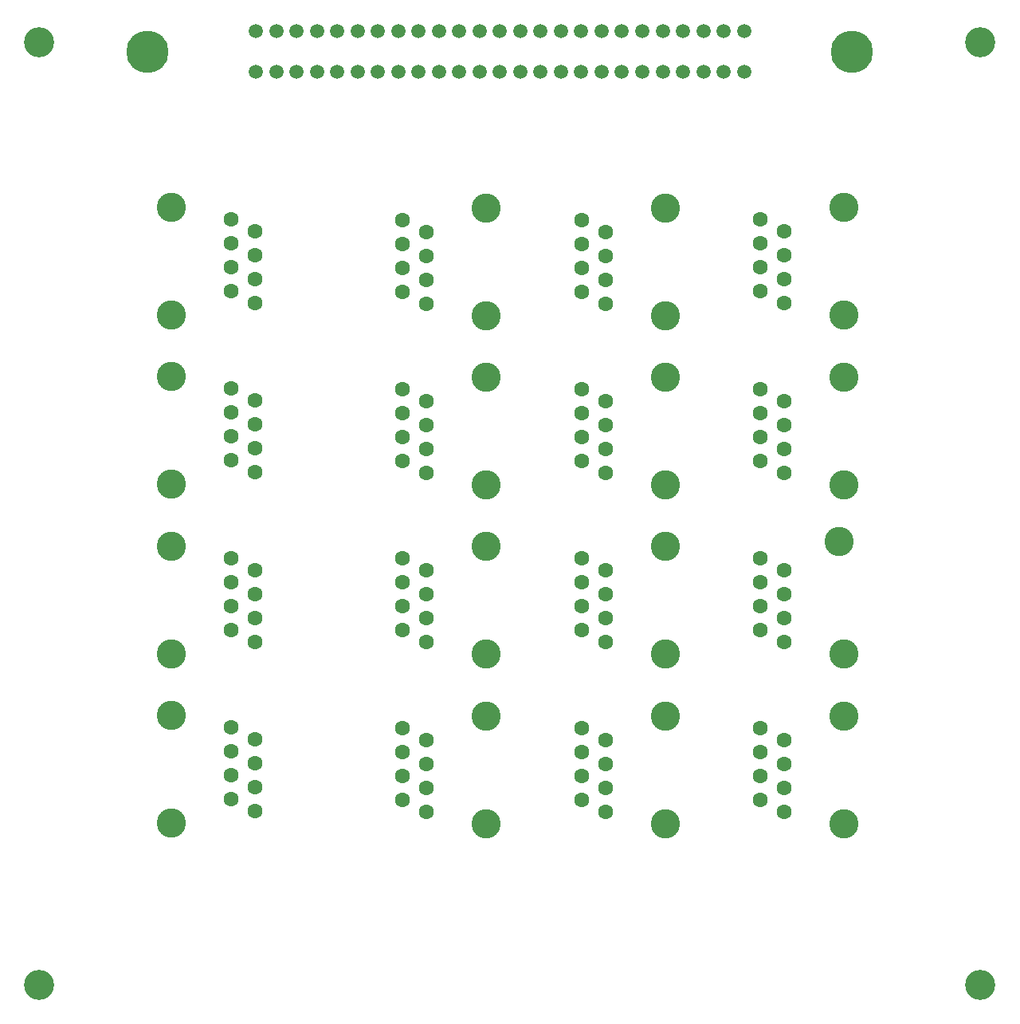
<source format=gbs>
%TF.GenerationSoftware,KiCad,Pcbnew,(5.1.10-1-10_14)*%
%TF.CreationDate,2022-02-09T21:22:39+00:00*%
%TF.ProjectId,RJ21_RJ45_PRIMARY_BREAKOUT,524a3231-5f52-44a3-9435-5f5052494d41,rev?*%
%TF.SameCoordinates,Original*%
%TF.FileFunction,Soldermask,Bot*%
%TF.FilePolarity,Negative*%
%FSLAX46Y46*%
G04 Gerber Fmt 4.6, Leading zero omitted, Abs format (unit mm)*
G04 Created by KiCad (PCBNEW (5.1.10-1-10_14)) date 2022-02-09 21:22:39*
%MOMM*%
%LPD*%
G01*
G04 APERTURE LIST*
%ADD10C,3.200000*%
%ADD11C,3.100000*%
%ADD12C,1.600000*%
%ADD13C,4.500000*%
%ADD14C,1.500000*%
G04 APERTURE END LIST*
D10*
%TO.C,REF\u002A\u002A*%
X110000000Y-160000000D03*
%TD*%
%TO.C,REF\u002A\u002A*%
X210000000Y-160000000D03*
%TD*%
%TO.C,REF\u002A\u002A*%
X210000000Y-60000000D03*
%TD*%
%TO.C,REF\u002A\u002A*%
X110000000Y-60000000D03*
%TD*%
D11*
%TO.C,J1*%
X195500000Y-88930000D03*
X195500000Y-77500000D03*
D12*
X189150002Y-80040001D03*
X189150002Y-82580002D03*
X189150002Y-85120003D03*
X189150002Y-87660004D03*
X186610009Y-86390007D03*
X186610009Y-83850006D03*
X186610009Y-81310005D03*
X186610009Y-78770000D03*
%TD*%
D11*
%TO.C,J2*%
X195500000Y-106930000D03*
X195500000Y-95500000D03*
D12*
X189150002Y-98040001D03*
X189150002Y-100580002D03*
X189150002Y-103120003D03*
X189150002Y-105660004D03*
X186610009Y-104390007D03*
X186610009Y-101850006D03*
X186610009Y-99310005D03*
X186610009Y-96770000D03*
%TD*%
%TO.C,J3*%
X186610009Y-114770000D03*
X186610009Y-117310005D03*
X186610009Y-119850006D03*
X186610009Y-122390007D03*
X189150002Y-123660004D03*
X189150002Y-121120003D03*
X189150002Y-118580002D03*
X189150002Y-116040001D03*
D11*
X195000000Y-113000000D03*
X195500000Y-124930000D03*
%TD*%
%TO.C,J4*%
X195500000Y-142930000D03*
X195500000Y-131500000D03*
D12*
X189150002Y-134040001D03*
X189150002Y-136580002D03*
X189150002Y-139120003D03*
X189150002Y-141660004D03*
X186610009Y-140390007D03*
X186610009Y-137850006D03*
X186610009Y-135310005D03*
X186610009Y-132770000D03*
%TD*%
%TO.C,J5*%
X167610009Y-78840000D03*
X167610009Y-81380005D03*
X167610009Y-83920006D03*
X167610009Y-86460007D03*
X170150002Y-87730004D03*
X170150002Y-85190003D03*
X170150002Y-82650002D03*
X170150002Y-80110001D03*
D11*
X176500000Y-77570000D03*
X176500000Y-89000000D03*
%TD*%
%TO.C,J6*%
X176500000Y-106930000D03*
X176500000Y-95500000D03*
D12*
X170150002Y-98040001D03*
X170150002Y-100580002D03*
X170150002Y-103120003D03*
X170150002Y-105660004D03*
X167610009Y-104390007D03*
X167610009Y-101850006D03*
X167610009Y-99310005D03*
X167610009Y-96770000D03*
%TD*%
%TO.C,J7*%
X167610009Y-114770000D03*
X167610009Y-117310005D03*
X167610009Y-119850006D03*
X167610009Y-122390007D03*
X170150002Y-123660004D03*
X170150002Y-121120003D03*
X170150002Y-118580002D03*
X170150002Y-116040001D03*
D11*
X176500000Y-113500000D03*
X176500000Y-124930000D03*
%TD*%
%TO.C,J8*%
X176500000Y-142930000D03*
X176500000Y-131500000D03*
D12*
X170150002Y-134040001D03*
X170150002Y-136580002D03*
X170150002Y-139120003D03*
X170150002Y-141660004D03*
X167610009Y-140390007D03*
X167610009Y-137850006D03*
X167610009Y-135310005D03*
X167610009Y-132770000D03*
%TD*%
%TO.C,J9*%
X148610009Y-78840000D03*
X148610009Y-81380005D03*
X148610009Y-83920006D03*
X148610009Y-86460007D03*
X151150002Y-87730004D03*
X151150002Y-85190003D03*
X151150002Y-82650002D03*
X151150002Y-80110001D03*
D11*
X157500000Y-77570000D03*
X157500000Y-89000000D03*
%TD*%
%TO.C,J10*%
X157500000Y-106930000D03*
X157500000Y-95500000D03*
D12*
X151150002Y-98040001D03*
X151150002Y-100580002D03*
X151150002Y-103120003D03*
X151150002Y-105660004D03*
X148610009Y-104390007D03*
X148610009Y-101850006D03*
X148610009Y-99310005D03*
X148610009Y-96770000D03*
%TD*%
%TO.C,J11*%
X148610009Y-114770000D03*
X148610009Y-117310005D03*
X148610009Y-119850006D03*
X148610009Y-122390007D03*
X151150002Y-123660004D03*
X151150002Y-121120003D03*
X151150002Y-118580002D03*
X151150002Y-116040001D03*
D11*
X157500000Y-113500000D03*
X157500000Y-124930000D03*
%TD*%
%TO.C,J12*%
X157500000Y-142930000D03*
X157500000Y-131500000D03*
D12*
X151150002Y-134040001D03*
X151150002Y-136580002D03*
X151150002Y-139120003D03*
X151150002Y-141660004D03*
X148610009Y-140390007D03*
X148610009Y-137850006D03*
X148610009Y-135310005D03*
X148610009Y-132770000D03*
%TD*%
%TO.C,J13*%
X132889991Y-123612702D03*
X132889991Y-121072697D03*
X132889991Y-118532696D03*
X132889991Y-115992695D03*
X130349998Y-114722698D03*
X130349998Y-117262699D03*
X130349998Y-119802700D03*
X130349998Y-122342701D03*
D11*
X124000000Y-124882702D03*
X124000000Y-113452702D03*
%TD*%
%TO.C,J14*%
X124000000Y-95452702D03*
X124000000Y-106882702D03*
D12*
X130349998Y-104342701D03*
X130349998Y-101802700D03*
X130349998Y-99262699D03*
X130349998Y-96722698D03*
X132889991Y-97992695D03*
X132889991Y-100532696D03*
X132889991Y-103072697D03*
X132889991Y-105612702D03*
%TD*%
%TO.C,J15*%
X132889991Y-87682702D03*
X132889991Y-85142697D03*
X132889991Y-82602696D03*
X132889991Y-80062695D03*
X130349998Y-78792698D03*
X130349998Y-81332699D03*
X130349998Y-83872700D03*
X130349998Y-86412701D03*
D11*
X124000000Y-88952702D03*
X124000000Y-77522702D03*
%TD*%
D13*
%TO.C,J17*%
X121514994Y-60954995D03*
X196364994Y-60954995D03*
D14*
X133019948Y-58809999D03*
X135179952Y-58809999D03*
X133019948Y-63100000D03*
X135179952Y-63100000D03*
X137339955Y-58809999D03*
X139499959Y-58809999D03*
X137339955Y-63100000D03*
X139499959Y-63100000D03*
X141659963Y-58809999D03*
X143819970Y-58809999D03*
X141659963Y-63100000D03*
X143819970Y-63100000D03*
X145979974Y-58809999D03*
X148139978Y-58809999D03*
X145979974Y-63100000D03*
X148139978Y-63100000D03*
X150299981Y-58809999D03*
X152459985Y-58809999D03*
X150299981Y-63100000D03*
X152459985Y-63100000D03*
X154619989Y-58809999D03*
X156779992Y-58809999D03*
X154619989Y-63100000D03*
X156779992Y-63100000D03*
X158939996Y-58809999D03*
X161100000Y-58809999D03*
X158939996Y-63100000D03*
X161100000Y-63100000D03*
X163260019Y-58809999D03*
X165420015Y-58809999D03*
X163260019Y-63100000D03*
X165420015Y-63100000D03*
X167580026Y-58809999D03*
X169740018Y-58809999D03*
X167580026Y-63100000D03*
X169740018Y-63100000D03*
X171900022Y-58809999D03*
X174060025Y-58809999D03*
X171900022Y-63100000D03*
X174060025Y-63100000D03*
X176220029Y-58809999D03*
X178380033Y-58809999D03*
X176220029Y-63100000D03*
X178380033Y-63100000D03*
X180540029Y-58809999D03*
X182700032Y-58809999D03*
X180540029Y-63100000D03*
X182700032Y-63100000D03*
X184860036Y-58809999D03*
X184860036Y-63100000D03*
%TD*%
D11*
%TO.C,J16*%
X124000000Y-131452702D03*
X124000000Y-142882702D03*
D12*
X130349998Y-140342701D03*
X130349998Y-137802700D03*
X130349998Y-135262699D03*
X130349998Y-132722698D03*
X132889991Y-133992695D03*
X132889991Y-136532696D03*
X132889991Y-139072697D03*
X132889991Y-141612702D03*
%TD*%
M02*

</source>
